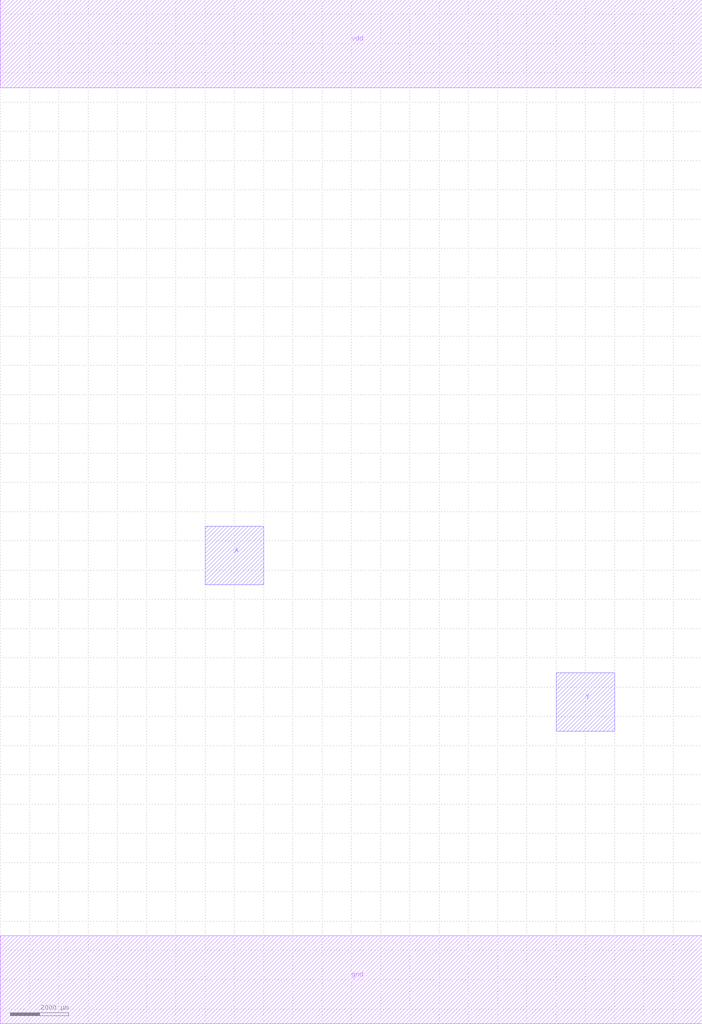
<source format=lef>
MACRO BUFX2
 CLASS CORE ;
 ORIGIN 0 0 ;
 FOREIGN BUFX2 0 0 ;
 SITE CORE ;
 SYMMETRY X Y R90 ;
  PIN vdd
   DIRECTION INOUT ;
   USE SIGNAL ;
   SHAPE ABUTMENT ;
    PORT
     CLASS CORE ;
       LAYER metal1 ;
        RECT 0.00000000 30500.00000000 24000.00000000 33500.00000000 ;
    END
  END vdd

  PIN gnd
   DIRECTION INOUT ;
   USE SIGNAL ;
   SHAPE ABUTMENT ;
    PORT
     CLASS CORE ;
       LAYER metal1 ;
        RECT 0.00000000 -1500.00000000 24000.00000000 1500.00000000 ;
    END
  END gnd

  PIN A
   DIRECTION INOUT ;
   USE SIGNAL ;
   SHAPE ABUTMENT ;
    PORT
     CLASS CORE ;
       LAYER metal2 ;
        RECT 7000.00000000 13500.00000000 9000.00000000 15500.00000000 ;
    END
  END A

  PIN Y
   DIRECTION INOUT ;
   USE SIGNAL ;
   SHAPE ABUTMENT ;
    PORT
     CLASS CORE ;
       LAYER metal2 ;
        RECT 19000.00000000 8500.00000000 21000.00000000 10500.00000000 ;
    END
  END Y


END BUFX2

</source>
